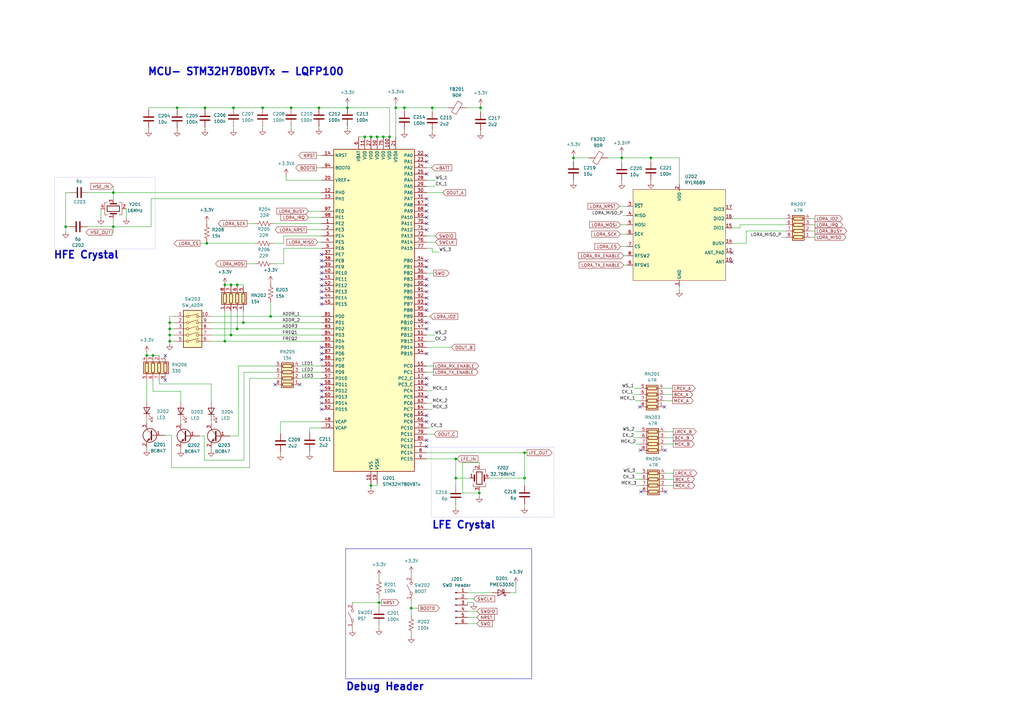
<source format=kicad_sch>
(kicad_sch (version 20231120) (generator "eeschema") (generator_version "8.0")
  (paper "A3")
  (junction (at 177.292 44.196))
  (junction (at 197.104 44.196))
  (junction (at 157.226 56.134))
  (junction (at 94.742 137.414))
  (junction (at 168.656 249.428))
  (junction (at 215.138 196.088))
  (junction (at 130.81 44.196))
  (junction (at 62.738 145.796))
  (junction (at 107.696 44.196))
  (junction (at 255.016 64.77))
  (junction (at 69.596 137.414))
  (junction (at 60.198 145.796))
  (junction (at 215.138 185.674))
  (junction (at 92.202 116.84))
  (junction (at 186.944 196.088))
  (junction (at 69.596 139.954))
  (junction (at 97.282 116.84))
  (junction (at 152.146 56.134))
  (junction (at 152.146 199.136))
  (junction (at 154.686 56.134))
  (junction (at 26.924 92.964))
  (junction (at 155.448 247.142))
  (junction (at 159.766 56.134))
  (junction (at 142.494 44.196))
  (junction (at 186.944 188.214))
  (junction (at 196.596 202.184))
  (junction (at 119.38 44.196))
  (junction (at 46.482 92.964))
  (junction (at 46.482 78.994))
  (junction (at 266.954 64.77))
  (junction (at 94.742 116.84))
  (junction (at 165.862 44.196))
  (junction (at 92.202 139.954))
  (junction (at 235.204 64.77))
  (junction (at 84.836 99.822))
  (junction (at 162.306 44.196))
  (junction (at 97.282 134.874))
  (junction (at 69.596 134.874))
  (junction (at 95.758 44.196))
  (junction (at 72.644 44.196))
  (junction (at 110.998 129.794))
  (junction (at 84.074 44.196))
  (junction (at 149.606 56.134))
  (junction (at 69.596 132.334))
  (junction (at 99.822 132.334))
  (no_connect (at 131.826 162.814))
  (no_connect (at 131.826 106.934))
  (no_connect (at 175.006 170.434))
  (no_connect (at 300.228 103.632))
  (no_connect (at 131.826 104.394))
  (no_connect (at 175.006 134.874))
  (no_connect (at 175.006 119.634))
  (no_connect (at 175.006 180.594))
  (no_connect (at 175.006 66.294))
  (no_connect (at 122.936 157.734))
  (no_connect (at 131.826 160.274))
  (no_connect (at 131.826 145.034))
  (no_connect (at 175.006 162.814))
  (no_connect (at 272.796 184.658))
  (no_connect (at 131.826 142.494))
  (no_connect (at 175.006 145.034))
  (no_connect (at 175.006 132.334))
  (no_connect (at 131.826 157.734))
  (no_connect (at 175.006 94.234))
  (no_connect (at 175.006 109.474))
  (no_connect (at 262.382 166.878))
  (no_connect (at 175.006 91.694))
  (no_connect (at 131.826 165.354))
  (no_connect (at 131.826 147.574))
  (no_connect (at 131.826 112.014))
  (no_connect (at 131.826 117.094))
  (no_connect (at 112.776 157.734))
  (no_connect (at 67.818 145.796))
  (no_connect (at 175.006 71.374))
  (no_connect (at 175.006 124.714))
  (no_connect (at 175.006 89.154))
  (no_connect (at 175.006 155.194))
  (no_connect (at 67.818 155.956))
  (no_connect (at 175.006 106.934))
  (no_connect (at 175.006 122.174))
  (no_connect (at 175.006 127.254))
  (no_connect (at 175.006 157.734))
  (no_connect (at 300.228 107.442))
  (no_connect (at 175.006 117.094))
  (no_connect (at 175.006 114.554))
  (no_connect (at 272.542 166.878))
  (no_connect (at 273.05 201.676))
  (no_connect (at 175.006 86.614))
  (no_connect (at 262.89 201.676))
  (no_connect (at 131.826 124.714))
  (no_connect (at 131.826 167.894))
  (no_connect (at 175.006 183.134))
  (no_connect (at 131.826 119.634))
  (no_connect (at 131.826 122.174))
  (no_connect (at 262.636 184.658))
  (no_connect (at 175.006 63.754))
  (no_connect (at 131.826 109.474))
  (no_connect (at 175.006 172.974))
  (no_connect (at 131.826 114.554))
  (no_connect (at 175.006 81.534))
  (no_connect (at 175.006 84.074))
  (wire (pts (xy 61.976 81.534) (xy 131.826 81.534)))
  (wire (pts (xy 119.38 51.816) (xy 119.38 52.832)))
  (wire (pts (xy 110.998 115.824) (xy 110.998 116.332)))
  (wire (pts (xy 51.816 89.408) (xy 51.816 85.598)))
  (wire (pts (xy 26.924 92.964) (xy 26.924 78.994)))
  (wire (pts (xy 60.198 173.482) (xy 60.198 172.212)))
  (wire (pts (xy 127 177.546) (xy 127 175.514)))
  (wire (pts (xy 26.924 92.964) (xy 28.194 92.964)))
  (wire (pts (xy 97.282 127.508) (xy 97.282 134.874)))
  (wire (pts (xy 175.006 78.994) (xy 181.61 78.994)))
  (wire (pts (xy 84.074 44.196) (xy 72.644 44.196)))
  (wire (pts (xy 99.822 116.84) (xy 97.282 116.84)))
  (wire (pts (xy 272.796 182.118) (xy 276.098 182.118)))
  (wire (pts (xy 192.786 196.088) (xy 186.944 196.088)))
  (wire (pts (xy 86.614 183.896) (xy 86.614 184.658)))
  (wire (pts (xy 36.322 78.994) (xy 46.482 78.994)))
  (wire (pts (xy 115.062 185.42) (xy 115.062 186.182)))
  (wire (pts (xy 332.486 92.202) (xy 334.264 92.202)))
  (wire (pts (xy 168.656 249.428) (xy 168.656 252.476)))
  (wire (pts (xy 101.346 91.694) (xy 104.648 91.694)))
  (wire (pts (xy 254.508 92.202) (xy 257.048 92.202)))
  (wire (pts (xy 254.508 101.092) (xy 257.048 101.092)))
  (wire (pts (xy 197.104 44.196) (xy 197.104 45.974)))
  (wire (pts (xy 266.954 64.77) (xy 266.954 66.294)))
  (wire (pts (xy 300.228 99.822) (xy 306.07 99.822)))
  (wire (pts (xy 126.492 86.614) (xy 131.826 86.614)))
  (wire (pts (xy 41.402 85.598) (xy 41.402 89.408)))
  (wire (pts (xy 86.614 129.794) (xy 110.998 129.794)))
  (wire (pts (xy 131.826 172.974) (xy 115.062 172.974)))
  (wire (pts (xy 186.944 188.214) (xy 186.944 196.088)))
  (wire (pts (xy 177.038 68.834) (xy 175.006 68.834)))
  (wire (pts (xy 69.596 137.414) (xy 69.596 139.954)))
  (wire (pts (xy 191.262 44.196) (xy 197.104 44.196)))
  (wire (pts (xy 155.448 247.142) (xy 155.448 248.92)))
  (wire (pts (xy 196.596 189.738) (xy 189.738 189.738)))
  (wire (pts (xy 215.138 206.756) (xy 215.138 208.026)))
  (wire (pts (xy 332.486 89.662) (xy 334.264 89.662)))
  (wire (pts (xy 272.542 159.258) (xy 275.844 159.258)))
  (wire (pts (xy 69.596 137.414) (xy 71.374 137.414)))
  (wire (pts (xy 69.596 132.334) (xy 71.374 132.334)))
  (wire (pts (xy 116.332 99.822) (xy 116.332 96.774)))
  (wire (pts (xy 125.73 94.234) (xy 131.826 94.234)))
  (wire (pts (xy 255.016 64.77) (xy 255.016 66.548)))
  (wire (pts (xy 84.836 99.314) (xy 84.836 99.822)))
  (wire (pts (xy 154.686 199.136) (xy 152.146 199.136)))
  (wire (pts (xy 260.096 159.258) (xy 262.382 159.258)))
  (wire (pts (xy 46.482 89.408) (xy 46.482 92.964)))
  (wire (pts (xy 303.53 92.202) (xy 322.326 92.202)))
  (wire (pts (xy 115.062 172.974) (xy 115.062 177.8)))
  (wire (pts (xy 102.362 155.194) (xy 112.776 155.194)))
  (wire (pts (xy 175.006 139.954) (xy 178.308 139.954)))
  (wire (pts (xy 175.006 152.654) (xy 177.8 152.654)))
  (wire (pts (xy 107.696 51.816) (xy 107.696 52.832)))
  (wire (pts (xy 144.526 247.396) (xy 144.526 247.142)))
  (wire (pts (xy 101.092 108.204) (xy 104.394 108.204)))
  (wire (pts (xy 83.82 178.816) (xy 81.788 178.816)))
  (wire (pts (xy 177.292 103.378) (xy 180.086 103.378)))
  (wire (pts (xy 175.006 185.674) (xy 215.138 185.674)))
  (wire (pts (xy 175.006 99.314) (xy 178.562 99.314)))
  (wire (pts (xy 177.292 101.854) (xy 177.292 103.378)))
  (wire (pts (xy 197.104 43.18) (xy 197.104 44.196)))
  (wire (pts (xy 235.204 73.914) (xy 235.204 74.676)))
  (wire (pts (xy 215.138 185.674) (xy 216.154 185.674)))
  (wire (pts (xy 92.202 116.84) (xy 92.202 117.348)))
  (wire (pts (xy 142.494 42.926) (xy 142.494 44.196)))
  (wire (pts (xy 177.292 53.34) (xy 177.292 54.102)))
  (wire (pts (xy 102.362 191.77) (xy 102.362 155.194)))
  (wire (pts (xy 177.292 44.196) (xy 177.292 45.72)))
  (wire (pts (xy 99.822 127.508) (xy 99.822 132.334)))
  (wire (pts (xy 175.006 160.274) (xy 177.292 160.274)))
  (wire (pts (xy 254.508 96.012) (xy 257.048 96.012)))
  (wire (pts (xy 191.77 253.238) (xy 195.58 253.238)))
  (wire (pts (xy 186.944 207.01) (xy 186.944 208.28)))
  (wire (pts (xy 142.494 51.816) (xy 142.494 52.578)))
  (wire (pts (xy 69.596 134.874) (xy 71.374 134.874)))
  (wire (pts (xy 191.77 250.698) (xy 195.58 250.698)))
  (wire (pts (xy 191.77 248.158) (xy 191.77 247.142)))
  (wire (pts (xy 159.766 44.196) (xy 159.766 56.134)))
  (wire (pts (xy 26.924 78.994) (xy 28.702 78.994)))
  (wire (pts (xy 127 175.514) (xy 131.826 175.514)))
  (wire (pts (xy 46.482 78.994) (xy 131.826 78.994)))
  (wire (pts (xy 62.738 160.528) (xy 74.168 160.528)))
  (wire (pts (xy 60.198 183.642) (xy 60.198 184.404)))
  (wire (pts (xy 126.492 89.154) (xy 131.826 89.154)))
  (wire (pts (xy 92.202 116.84) (xy 94.742 116.84)))
  (wire (pts (xy 69.596 134.874) (xy 69.596 137.414)))
  (wire (pts (xy 86.614 139.954) (xy 92.202 139.954)))
  (wire (pts (xy 107.696 44.196) (xy 95.758 44.196)))
  (wire (pts (xy 259.842 161.798) (xy 262.382 161.798)))
  (wire (pts (xy 46.228 76.454) (xy 46.482 76.454)))
  (wire (pts (xy 86.614 134.874) (xy 97.282 134.874)))
  (wire (pts (xy 110.998 123.952) (xy 110.998 129.794)))
  (wire (pts (xy 215.138 196.088) (xy 215.138 199.136)))
  (wire (pts (xy 84.074 52.324) (xy 84.074 53.086)))
  (wire (pts (xy 183.642 44.196) (xy 177.292 44.196)))
  (wire (pts (xy 100.076 152.654) (xy 100.076 188.722)))
  (wire (pts (xy 86.614 157.48) (xy 86.614 164.846)))
  (wire (pts (xy 175.006 167.894) (xy 177.292 167.894)))
  (wire (pts (xy 92.202 127.508) (xy 92.202 139.954)))
  (wire (pts (xy 86.614 137.414) (xy 94.742 137.414)))
  (wire (pts (xy 62.738 145.796) (xy 65.278 145.796)))
  (wire (pts (xy 260.35 196.596) (xy 262.89 196.596)))
  (wire (pts (xy 97.282 134.874) (xy 131.826 134.874)))
  (wire (pts (xy 300.228 93.472) (xy 303.53 93.472)))
  (wire (pts (xy 189.738 202.184) (xy 196.596 202.184)))
  (wire (pts (xy 144.526 247.142) (xy 155.448 247.142)))
  (wire (pts (xy 69.596 139.954) (xy 71.374 139.954)))
  (wire (pts (xy 168.656 249.428) (xy 171.704 249.428)))
  (wire (pts (xy 186.944 196.088) (xy 186.944 199.39)))
  (wire (pts (xy 116.332 96.774) (xy 131.826 96.774)))
  (wire (pts (xy 86.614 173.736) (xy 86.614 172.466)))
  (wire (pts (xy 168.656 234.95) (xy 168.656 236.22)))
  (wire (pts (xy 215.138 185.674) (xy 215.138 196.088)))
  (wire (pts (xy 196.596 201.168) (xy 196.596 202.184)))
  (wire (pts (xy 46.482 92.964) (xy 46.482 95.25)))
  (wire (pts (xy 155.448 236.474) (xy 155.448 237.236)))
  (wire (pts (xy 175.006 178.054) (xy 178.054 178.054)))
  (wire (pts (xy 194.31 247.142) (xy 194.31 247.523)))
  (wire (pts (xy 165.862 53.086) (xy 165.862 53.848)))
  (wire (pts (xy 147.066 56.134) (xy 149.606 56.134)))
  (wire (pts (xy 152.146 198.374) (xy 152.146 199.136)))
  (wire (pts (xy 95.758 51.816) (xy 95.758 53.086)))
  (wire (pts (xy 130.81 44.196) (xy 119.38 44.196)))
  (wire (pts (xy 191.77 245.618) (xy 194.31 245.618)))
  (wire (pts (xy 272.542 161.798) (xy 275.844 161.798)))
  (wire (pts (xy 254 84.582) (xy 257.048 84.582)))
  (wire (pts (xy 215.138 196.088) (xy 200.406 196.088)))
  (wire (pts (xy 129.794 68.834) (xy 131.826 68.834)))
  (wire (pts (xy 62.738 155.956) (xy 62.738 160.528)))
  (wire (pts (xy 175.006 137.414) (xy 178.308 137.414)))
  (wire (pts (xy 272.796 177.038) (xy 276.098 177.038)))
  (wire (pts (xy 112.014 108.204) (xy 116.332 108.204)))
  (wire (pts (xy 273.05 199.136) (xy 276.352 199.136)))
  (wire (pts (xy 69.596 132.334) (xy 69.596 134.874)))
  (wire (pts (xy 255.016 74.168) (xy 255.016 74.93)))
  (wire (pts (xy 255.778 108.712) (xy 257.048 108.712)))
  (wire (pts (xy 197.104 53.594) (xy 197.104 54.356)))
  (wire (pts (xy 142.494 44.196) (xy 130.81 44.196)))
  (wire (pts (xy 46.482 92.964) (xy 61.976 92.964)))
  (wire (pts (xy 51.816 85.598) (xy 51.562 85.598)))
  (wire (pts (xy 100.076 152.654) (xy 112.776 152.654)))
  (wire (pts (xy 196.596 202.184) (xy 196.596 203.454)))
  (wire (pts (xy 70.358 178.562) (xy 70.358 191.77)))
  (wire (pts (xy 84.836 91.186) (xy 84.836 91.694)))
  (wire (pts (xy 97.79 150.114) (xy 112.776 150.114)))
  (wire (pts (xy 191.77 255.778) (xy 195.58 255.778)))
  (wire (pts (xy 261.112 199.136) (xy 262.89 199.136)))
  (wire (pts (xy 112.268 91.694) (xy 131.826 91.694)))
  (wire (pts (xy 94.742 127.508) (xy 94.742 137.414)))
  (wire (pts (xy 84.836 99.822) (xy 104.394 99.822)))
  (wire (pts (xy 273.05 194.056) (xy 276.352 194.056)))
  (wire (pts (xy 260.35 177.038) (xy 262.636 177.038)))
  (wire (pts (xy 72.644 52.578) (xy 72.644 53.34)))
  (wire (pts (xy 255.524 88.392) (xy 257.048 88.392)))
  (wire (pts (xy 209.296 243.078) (xy 211.582 243.078)))
  (wire (pts (xy 162.306 44.196) (xy 162.306 56.134)))
  (wire (pts (xy 92.202 116.586) (xy 92.202 116.84)))
  (wire (pts (xy 159.766 44.196) (xy 142.494 44.196)))
  (wire (pts (xy 320.548 97.282) (xy 322.326 97.282)))
  (wire (pts (xy 175.006 76.454) (xy 178.562 76.454)))
  (wire (pts (xy 130.81 51.816) (xy 130.81 52.578)))
  (wire (pts (xy 60.198 164.592) (xy 60.198 155.956)))
  (wire (pts (xy 122.936 150.114) (xy 131.826 150.114)))
  (wire (pts (xy 175.006 165.354) (xy 177.292 165.354)))
  (wire (pts (xy 74.168 173.736) (xy 74.168 172.466)))
  (wire (pts (xy 65.278 155.956) (xy 65.278 157.48)))
  (wire (pts (xy 152.146 56.134) (xy 154.686 56.134)))
  (wire (pts (xy 26.924 94.996) (xy 26.924 92.964)))
  (wire (pts (xy 94.742 117.348) (xy 94.742 116.84)))
  (wire (pts (xy 175.006 142.494) (xy 185.166 142.494)))
  (wire (pts (xy 60.198 144.526) (xy 60.198 145.796)))
  (wire (pts (xy 278.638 64.77) (xy 278.638 75.692)))
  (wire (pts (xy 83.82 188.722) (xy 83.82 178.816)))
  (wire (pts (xy 165.862 44.196) (xy 165.862 45.466)))
  (wire (pts (xy 35.814 92.964) (xy 46.482 92.964)))
  (wire (pts (xy 116.332 101.854) (xy 131.826 101.854)))
  (wire (pts (xy 332.486 97.282) (xy 334.264 97.282)))
  (wire (pts (xy 168.656 260.096) (xy 168.656 261.112)))
  (wire (pts (xy 177.292 44.196) (xy 165.862 44.196)))
  (wire (pts (xy 122.936 155.194) (xy 131.826 155.194)))
  (wire (pts (xy 175.006 73.914) (xy 178.562 73.914)))
  (wire (pts (xy 97.282 116.84) (xy 97.282 117.348)))
  (wire (pts (xy 112.014 99.822) (xy 116.332 99.822)))
  (wire (pts (xy 60.96 52.578) (xy 60.96 53.34)))
  (wire (pts (xy 266.954 73.914) (xy 266.954 74.676)))
  (wire (pts (xy 300.228 89.662) (xy 322.326 89.662)))
  (wire (pts (xy 94.742 137.414) (xy 131.826 137.414)))
  (wire (pts (xy 72.644 44.196) (xy 72.644 44.958)))
  (wire (pts (xy 278.638 64.77) (xy 266.954 64.77)))
  (wire (pts (xy 60.198 145.796) (xy 62.738 145.796)))
  (wire (pts (xy 235.204 64.262) (xy 235.204 64.77)))
  (wire (pts (xy 65.278 157.48) (xy 86.614 157.48)))
  (wire (pts (xy 273.05 196.596) (xy 276.352 196.596)))
  (wire (pts (xy 127 185.166) (xy 127 185.928)))
  (wire (pts (xy 249.174 64.77) (xy 255.016 64.77)))
  (wire (pts (xy 149.606 56.134) (xy 152.146 56.134)))
  (wire (pts (xy 175.006 188.214) (xy 186.944 188.214)))
  (wire (pts (xy 99.822 117.348) (xy 99.822 116.84)))
  (wire (pts (xy 122.936 152.654) (xy 131.826 152.654)))
  (wire (pts (xy 152.146 199.136) (xy 152.146 200.152)))
  (wire (pts (xy 272.542 164.338) (xy 275.844 164.338)))
  (wire (pts (xy 306.07 94.742) (xy 322.326 94.742)))
  (wire (pts (xy 266.954 64.77) (xy 255.016 64.77)))
  (wire (pts (xy 175.006 150.114) (xy 177.8 150.114)))
  (wire (pts (xy 69.596 129.794) (xy 69.596 132.334)))
  (wire (pts (xy 162.306 42.418) (xy 162.306 44.196)))
  (wire (pts (xy 71.374 129.794) (xy 69.596 129.794)))
  (wire (pts (xy 117.348 73.914) (xy 131.826 73.914)))
  (wire (pts (xy 255.778 104.902) (xy 257.048 104.902)))
  (wire (pts (xy 74.168 183.896) (xy 74.168 184.658)))
  (wire (pts (xy 303.53 93.472) (xy 303.53 92.202)))
  (wire (pts (xy 211.582 243.078) (xy 211.582 239.522)))
  (wire (pts (xy 129.794 63.754) (xy 131.826 63.754)))
  (wire (pts (xy 45.974 95.25) (xy 46.482 95.25)))
  (wire (pts (xy 235.204 64.77) (xy 235.204 66.294)))
  (wire (pts (xy 61.976 81.534) (xy 61.976 92.964)))
  (wire (pts (xy 130.302 99.314) (xy 131.826 99.314)))
  (wire (pts (xy 155.448 256.54) (xy 155.448 257.81)))
  (wire (pts (xy 95.758 44.196) (xy 84.074 44.196)))
  (wire (pts (xy 99.822 132.334) (xy 131.826 132.334)))
  (wire (pts (xy 154.686 56.134) (xy 157.226 56.134)))
  (wire (pts (xy 69.596 139.954) (xy 69.596 140.97)))
  (wire (pts (xy 168.656 246.38) (xy 168.656 249.428)))
  (wire (pts (xy 46.482 78.994) (xy 46.482 81.788)))
  (wire (pts (xy 189.738 189.738) (xy 189.738 202.184)))
  (wire (pts (xy 175.006 101.854) (xy 177.292 101.854)))
  (wire (pts (xy 162.306 44.196) (xy 165.862 44.196)))
  (wire (pts (xy 110.998 129.794) (xy 131.826 129.794)))
  (wire (pts (xy 70.358 191.77) (xy 102.362 191.77)))
  (wire (pts (xy 92.202 139.954) (xy 131.826 139.954)))
  (wire (pts (xy 260.604 164.338) (xy 262.382 164.338)))
  (wire (pts (xy 144.526 257.556) (xy 144.526 258.318)))
  (wire (pts (xy 260.096 179.578) (xy 262.636 179.578)))
  (wire (pts (xy 175.006 112.014) (xy 177.8 112.014)))
  (wire (pts (xy 116.332 108.204) (xy 116.332 101.854)))
  (wire (pts (xy 255.016 62.992) (xy 255.016 64.77)))
  (wire (pts (xy 272.796 179.578) (xy 276.098 179.578)))
  (wire (pts (xy 86.614 132.334) (xy 99.822 132.334)))
  (wire (pts (xy 97.282 116.84) (xy 94.742 116.84)))
  (wire (pts (xy 260.604 194.056) (xy 262.89 194.056)))
  (wire (pts (xy 191.77 247.142) (xy 194.31 247.142)))
  (wire (pts (xy 155.448 247.142) (xy 156.464 247.142)))
  (wire (pts (xy 175.006 129.794) (xy 176.53 129.794)))
  (wire (pts (xy 60.96 44.196) (xy 60.96 44.958)))
  (wire (pts (xy 196.596 191.008) (xy 196.596 189.738)))
  (wire (pts (xy 332.486 94.742) (xy 334.264 94.742)))
  (wire (pts (xy 155.448 244.856) (xy 155.448 247.142)))
  (wire (pts (xy 46.482 76.454) (xy 46.482 78.994)))
  (wire (pts (xy 119.38 44.196) (xy 107.696 44.196)))
  (wire (pts (xy 157.226 56.134) (xy 159.766 56.134)))
  (wire (pts (xy 117.348 71.882) (xy 117.348 73.914)))
  (wire (pts (xy 260.858 182.118) (xy 262.636 182.118)))
  (wire (pts (xy 82.042 99.822) (xy 84.836 99.822)))
  (wire (pts (xy 278.638 117.602) (xy 278.638 119.126)))
  (wire (pts (xy 97.79 178.816) (xy 97.79 150.114)))
  (wire (pts (xy 84.074 44.196) (xy 84.074 44.704)))
  (wire (pts (xy 100.076 188.722) (xy 83.82 188.722)))
  (wire (pts (xy 154.686 198.374) (xy 154.686 199.136)))
  (wire (pts (xy 94.234 178.816) (xy 97.79 178.816)))
  (wire (pts (xy 72.644 44.196) (xy 60.96 44.196)))
  (wire (pts (xy 306.07 99.822) (xy 306.07 94.742)))
  (wire (pts (xy 186.944 188.214) (xy 187.452 188.214)))
  (wire (pts (xy 175.006 175.514) (xy 176.53 175.514)))
  (wire (pts (xy 241.554 64.77) (xy 235.204 64.77)))
  (wire (pts (xy 74.168 160.528) (xy 74.168 164.846)))
  (wire (pts (xy 175.006 96.774) (xy 178.562 96.774)))
  (wire (pts (xy 191.77 243.078) (xy 201.676 243.078)))
  (wire (pts (xy 67.818 178.562) (xy 70.358 178.562)))
  (rectangle (start 22.479 72.644) (end 63.627 102.108) (stroke (width 0) (type dot)))
  (rectangle (start 176.911 183.388) (end 227.203 212.09) (stroke (width 0) (type dot)))
  (rectangle (start 141.732 225.044) (end 218.059 278.384))
  (text "MCU- STM32H7B0BVTx - LQFP100" (at 60.452 31.242 0) (effects (font (size 3 3) (thickness 0.6) (bold yes)) (justify left bottom)))
  (text "LFE Crystal" (at 177.038 217.17 0) (effects (font (size 3 3) (thickness 0.6) (bold yes)) (justify left bottom)))
  (text "Debug Header" (at 141.732 283.464 0) (effects (font (size 3 3) (thickness 0.6) (bold yes)) (justify left bottom)))
  (text "HFE Crystal" (at 21.844 106.426 0) (effects (font (size 3 3) (thickness 0.6) (bold yes)) (justify left bottom)))
  (label "MCK_2" (at 177.292 165.354 0))
  (label "CK_1" (at 259.842 161.798 180))
  (label "WS_1" (at 260.096 159.258 180))
  (label "WS_2" (at 260.35 177.038 180))
  (label "ADDR_1" (at 115.824 129.794 0))
  (label "LORA_MISO_P" (at 255.524 88.392 180))
  (label "ADDR3" (at 115.824 134.874 0))
  (label "CK_2" (at 260.096 179.578 180))
  (label "MCK_1" (at 177.292 160.274 0))
  (label "WS_3" (at 260.604 194.056 180))
  (label "WS_1" (at 178.562 73.914 0))
  (label "WS_3" (at 180.086 103.378 0))
  (label "MCK_1" (at 260.604 164.338 180))
  (label "CK_2" (at 178.308 139.954 0))
  (label "MCK_2" (at 260.858 182.118 180))
  (label "CK_3" (at 176.53 175.514 0))
  (label "MCK_3" (at 177.292 167.894 0))
  (label "MCK_3" (at 261.112 199.136 180))
  (label "CK_3" (at 260.35 196.596 180))
  (label "FREQ1" (at 115.824 137.414 0))
  (label "FREQ2" (at 115.824 139.954 0))
  (label "ADDR_2" (at 115.824 132.334 0))
  (label "LED2" (at 123.698 152.654 0))
  (label "CK_1" (at 178.562 76.454 0))
  (label "LED1" (at 123.698 150.114 0))
  (label "WS_2" (at 178.308 137.414 0))
  (label "LED3" (at 123.698 155.194 0))
  (label "LORA_MISO_P" (at 320.548 97.282 180))
  (global_label "MCK_C" (shape output) (at 276.352 199.136 0) (property "Intersheetrefs" "${INTERSHEET_REFS}" (effects (hide yes))))
  (global_label "BOOT0" (shape output) (at 129.794 68.834 180) (property "Intersheetrefs" "${INTERSHEET_REFS}" (effects (hide yes))))
  (global_label "MCK_B" (shape output) (at 276.098 182.118 0) (property "Intersheetrefs" "${INTERSHEET_REFS}" (effects (hide yes))))
  (global_label "LORA_TX_ENABLE" (shape input) (at 255.778 108.712 180) (property "Intersheetrefs" "${INTERSHEET_REFS}" (effects (hide yes))))
  (global_label "LORA_SCK" (shape input) (at 254.508 96.012 180) (property "Intersheetrefs" "${INTERSHEET_REFS}" (effects (hide yes))))
  (global_label "BCK_C" (shape output) (at 276.352 196.596 0) (property "Intersheetrefs" "${INTERSHEET_REFS}" (effects (hide yes))))
  (global_label "SWO" (shape input) (at 195.58 255.778 0) (property "Intersheetrefs" "${INTERSHEET_REFS}" (effects (hide yes))))
  (global_label "DOUT_C" (shape input) (at 178.054 178.054 0) (property "Intersheetrefs" "${INTERSHEET_REFS}" (effects (hide yes))))
  (global_label "LORA_NRST" (shape output) (at 125.73 94.234 180) (property "Intersheetrefs" "${INTERSHEET_REFS}" (effects (hide yes))))
  (global_label "+BATT" (shape input) (at 177.038 68.834 0) (property "Intersheetrefs" "${INTERSHEET_REFS}" (effects (hide yes))))
  (global_label "NRST" (shape output) (at 129.794 63.754 180) (property "Intersheetrefs" "${INTERSHEET_REFS}" (effects (hide yes))))
  (global_label "HSE_OUT" (shape output) (at 45.974 95.25 180) (property "Intersheetrefs" "${INTERSHEET_REFS}" (effects (hide yes))))
  (global_label "LORA_RX_ENABLE" (shape input) (at 255.778 104.902 180) (property "Intersheetrefs" "${INTERSHEET_REFS}" (effects (hide yes))))
  (global_label "BOOT0" (shape output) (at 171.704 249.428 0) (property "Intersheetrefs" "${INTERSHEET_REFS}" (effects (hide yes))))
  (global_label "LORA_MOSI" (shape input) (at 254.508 92.202 180) (property "Intersheetrefs" "${INTERSHEET_REFS}" (effects (hide yes))))
  (global_label "LORA_SCK" (shape output) (at 101.346 91.694 180) (property "Intersheetrefs" "${INTERSHEET_REFS}" (effects (hide yes))))
  (global_label "LORA_NRST" (shape input) (at 254 84.582 180) (property "Intersheetrefs" "${INTERSHEET_REFS}" (effects (hide yes))))
  (global_label "NRST" (shape input) (at 195.58 253.238 0) (property "Intersheetrefs" "${INTERSHEET_REFS}" (effects (hide yes))))
  (global_label "LORA_MISO" (shape input) (at 130.302 99.314 180) (property "Intersheetrefs" "${INTERSHEET_REFS}" (effects (hide yes))))
  (global_label "LORA_IRQ" (shape output) (at 334.264 92.202 0) (property "Intersheetrefs" "${INTERSHEET_REFS}" (effects (hide yes))))
  (global_label "HSE_IN" (shape input) (at 46.228 76.454 180) (property "Intersheetrefs" "${INTERSHEET_REFS}" (effects (hide yes))))
  (global_label "LORA_CS" (shape input) (at 254.508 101.092 180) (property "Intersheetrefs" "${INTERSHEET_REFS}" (effects (hide yes))))
  (global_label "SWO" (shape output) (at 177.8 112.014 0) (property "Intersheetrefs" "${INTERSHEET_REFS}" (effects (hide yes))))
  (global_label "LORA_BUSY" (shape output) (at 334.264 94.742 0) (property "Intersheetrefs" "${INTERSHEET_REFS}" (effects (hide yes))))
  (global_label "MCK_A" (shape output) (at 275.844 164.338 0) (property "Intersheetrefs" "${INTERSHEET_REFS}" (effects (hide yes))))
  (global_label "LORA_MOSI" (shape output) (at 101.092 108.204 180) (property "Intersheetrefs" "${INTERSHEET_REFS}" (effects (hide yes))))
  (global_label "SWCLK" (shape input) (at 194.31 245.618 0) (property "Intersheetrefs" "${INTERSHEET_REFS}" (effects (hide yes))))
  (global_label "BCK_A" (shape output) (at 275.844 161.798 0) (property "Intersheetrefs" "${INTERSHEET_REFS}" (effects (hide yes))))
  (global_label "LORA_IO2" (shape output) (at 334.264 89.662 0) (property "Intersheetrefs" "${INTERSHEET_REFS}" (effects (hide yes))))
  (global_label "LORA_RX_ENABLE" (shape output) (at 177.8 150.114 0) (property "Intersheetrefs" "${INTERSHEET_REFS}" (effects (hide yes))))
  (global_label "SWDIO" (shape input) (at 195.58 250.698 0) (property "Intersheetrefs" "${INTERSHEET_REFS}" (effects (hide yes))))
  (global_label "BCK_B" (shape output) (at 276.098 179.578 0) (property "Intersheetrefs" "${INTERSHEET_REFS}" (effects (hide yes))))
  (global_label "LFE_IN" (shape input) (at 187.452 188.214 0) (property "Intersheetrefs" "${INTERSHEET_REFS}" (effects (hide yes))))
  (global_label "LFE_OUT" (shape output) (at 216.154 185.674 0) (property "Intersheetrefs" "${INTERSHEET_REFS}" (effects (hide yes))))
  (global_label "LORA_TX_ENABLE" (shape output) (at 177.8 152.654 0) (property "Intersheetrefs" "${INTERSHEET_REFS}" (effects (hide yes))))
  (global_label "LRCK_A" (shape output) (at 275.844 159.258 0) (property "Intersheetrefs" "${INTERSHEET_REFS}" (effects (hide yes))))
  (global_label "LRCK_B" (shape output) (at 276.098 177.038 0) (property "Intersheetrefs" "${INTERSHEET_REFS}" (effects (hide yes))))
  (global_label "SWCLK" (shape input) (at 178.562 99.314 0) (property "Intersheetrefs" "${INTERSHEET_REFS}" (effects (hide yes))))
  (global_label "NRST" (shape output) (at 156.464 247.142 0) (property "Intersheetrefs" "${INTERSHEET_REFS}" (effects (hide yes))))
  (global_label "LORA_CS" (shape output) (at 82.042 99.822 180) (property "Intersheetrefs" "${INTERSHEET_REFS}" (effects (hide yes))))
  (global_label "LORA_IRQ" (shape input) (at 126.492 89.154 180) (property "Intersheetrefs" "${INTERSHEET_REFS}" (effects (hide yes))))
  (global_label "DOUT_B" (shape input) (at 185.166 142.494 0) (property "Intersheetrefs" "${INTERSHEET_REFS}" (effects (hide yes))))
  (global_label "DOUT_A" (shape input) (at 181.61 78.994 0) (property "Intersheetrefs" "${INTERSHEET_REFS}" (effects (hide yes))))
  (global_label "SWDIO" (shape input) (at 178.562 96.774 0) (property "Intersheetrefs" "${INTERSHEET_REFS}" (effects (hide yes))))
  (global_label "LRCK_C" (shape output) (at 276.352 194.056 0) (property "Intersheetrefs" "${INTERSHEET_REFS}" (effects (hide yes))))
  (global_label "LORA_MISO" (shape output) (at 334.264 97.282 0) (property "Intersheetrefs" "${INTERSHEET_REFS}" (effects (hide yes))))
  (global_label "LORA_BUSY" (shape input) (at 126.492 86.614 180) (property "Intersheetrefs" "${INTERSHEET_REFS}" (effects (hide yes))))
  (global_label "LORA_IO2" (shape input) (at 176.53 129.794 0) (property "Intersheetrefs" "${INTERSHEET_REFS}" (effects (hide yes))))
  (symbol (lib_id "Device:C") (at 255.016 70.358 0) (unit 1)
    (property "Reference" "C220" (at 258.318 69.0879 0) (effects (justify left)))
    (property "Value" "10u" (at 258.318 71.6279 0) (effects (justify left)))
    (property "Footprint" "Capacitor_SMD:C_0805_2012Metric" (effects (hide yes)))
    (property "Description" "Unpolarized capacitor" (effects (hide yes)))
  )
  (symbol (lib_id "Device:C") (at 95.758 48.006 0) (unit 1)
    (property "Reference" "C207" (at 99.06 46.7359 0) (effects (justify left)))
    (property "Value" "100n" (at 99.06 49.2759 0) (effects (justify left)))
    (property "Footprint" "Capacitor_SMD:C_0805_2012Metric" (effects (hide yes)))
    (property "Description" "Unpolarized capacitor" (effects (hide yes)))
  )
  (symbol (lib_id "Device:C") (at 142.494 48.006 0) (unit 1)
    (property "Reference" "C213" (at 146.05 46.7359 0) (effects (justify left)))
    (property "Value" "100n" (at 146.05 49.2759 0) (effects (justify left)))
    (property "Footprint" "Capacitor_SMD:C_0805_2012Metric" (effects (hide yes)))
    (property "Description" "Unpolarized capacitor" (effects (hide yes)))
  )
  (symbol (lib_id "RF_Module:RYLR689") (at 278.638 87.122 0) (unit 1)
    (property "Reference" "U202" (at 280.8321 72.39 0) (effects (justify left)))
    (property "Value" "RYLR689" (at 280.8321 74.93 0) (effects (justify left)))
    (property "Footprint" "RF_Module:RYLR689" (effects (hide yes)))
    (property "Datasheet" "https://lemosint.com/wp-content/uploads/2024/01/RYLR689.pdf" (effects (hide yes)))
  )
  (symbol (lib_id "Device:LED") (at 60.198 168.402 90) (unit 1)
    (property "Reference" "D202" (at 64.262 168.7194 90) (effects (justify right)))
    (property "Value" "LED" (at 64.262 171.2594 90) (effects (justify right)))
    (property "Footprint" "LED_SMD:LED_0805_2012Metric" (effects (hide yes)))
    (property "Description" "Light emitting diode" (effects (hide yes)))
  )
  (symbol (lib_id "Device:C") (at 215.138 202.946 0) (unit 1)
    (property "Reference" "C218" (at 211.836 201.676 0) (effects (justify right)))
    (property "Value" "6p" (at 211.836 204.216 0) (effects (justify right)))
    (property "Footprint" "Capacitor_SMD:C_0805_2012Metric" (effects (hide yes)))
  )
  (symbol (lib_id "Device:C") (at 155.448 252.73 0) (mirror y) (unit 1)
    (property "Reference" "C201" (at 158.75 251.46 0) (effects (justify right)))
    (property "Value" "100n" (at 158.75 254 0) (effects (justify right)))
    (property "Footprint" "Capacitor_SMD:C_0805_2012Metric" (effects (hide yes)))
  )
  (symbol (lib_id "Device:LED") (at 74.168 168.656 90) (unit 1)
    (property "Reference" "D203" (at 78.232 168.9734 90) (effects (justify right)))
    (property "Value" "LED" (at 78.232 171.5134 90) (effects (justify right)))
    (property "Footprint" "LED_SMD:LED_0805_2012Metric" (effects (hide yes)))
    (property "Description" "Light emitting diode" (effects (hide yes)))
  )
  (symbol (lib_name "GND_1") (lib_id "power:GND") (at 177.292 54.102 0) (unit 1)
    (property "Reference" "#PWR0225" (effects (hide yes)))
    (property "Value" "GND" (effects (hide yes)))
    (property "Description" "Power symbol creates a global label with name \"GND\" , ground" (effects (hide yes)))
  )
  (symbol (lib_id "power:GND") (at 215.138 208.026 0) (unit 1)
    (property "Reference" "#PWR0230" (effects (hide yes)))
    (property "Value" "GND" (effects (hide yes)))
  )
  (symbol (lib_name "GND_1") (lib_id "power:GND") (at 95.758 53.086 0) (unit 1)
    (property "Reference" "#PWR0214" (effects (hide yes)))
    (property "Value" "GND" (effects (hide yes)))
    (property "Description" "Power symbol creates a global label with name \"GND\" , ground" (effects (hide yes)))
  )
  (symbol (lib_name "GND_2") (lib_id "power:GND") (at 152.146 200.152 0) (unit 1)
    (property "Reference" "#PWR0222" (effects (hide yes)))
    (property "Value" "GND" (effects (hide yes)))
    (property "Description" "Power symbol creates a global label with name \"GND\" , ground" (effects (hide yes)))
  )
  (symbol (lib_id "Device:R_US") (at 110.998 120.142 0) (unit 1)
    (property "Reference" "R203" (at 113.03 118.8719 0) (effects (justify left)))
    (property "Value" "15k" (at 113.03 121.4119 0) (effects (justify left)))
    (property "Footprint" "Resistor_SMD:R_0805_2012Metric" (effects (hide yes)))
    (property "Description" "Resistor, US symbol" (effects (hide yes)))
  )
  (symbol (lib_id "Transistor_BJT:BC847") (at 76.708 178.816 0) (mirror y) (unit 1)
    (property "Reference" "Q202" (at 82.042 182.626 0) (effects (justify left)))
    (property "Value" "BC847" (at 82.042 185.166 0) (effects (justify left)))
    (property "Footprint" "Package_TO_SOT_SMD:SOT-23" (effects (hide yes)))
    (property "Datasheet" "http://www.infineon.com/dgdl/Infineon-BC847SERIES_BC848SERIES_BC849SERIES_BC850SERIES-DS-v01_01-en.pdf?fileId=db3a304314dca389011541d4630a1657" (effects (hide yes)))
    (property "Description" "0.1A Ic, 45V Vce, NPN Transistor, SOT-23" (effects (hide yes)))
  )
  (symbol (lib_id "Switch:SW_DIP_x05") (at 78.994 134.874 0) (unit 1)
    (property "Reference" "SW203" (at 78.994 122.682 0))
    (property "Value" "SW_ADDR" (at 78.994 125.222 0))
    (property "Footprint" "Package_DIP:DIP-10_W7.62mm" (effects (hide yes)))
    (property "Description" "5x DIP Switch, Single Pole Single Throw (SPST) switch, small symbol" (effects (hide yes)))
  )
  (symbol (lib_id "power:+3.3V") (at 155.448 236.474 0) (unit 1)
    (property "Reference" "#PWR0202" (effects (hide yes)))
    (property "Value" "+3.3V" (at 155.448 231.521 0))
  )
  (symbol (lib_id "power:GND") (at 196.596 203.454 0) (unit 1)
    (property "Reference" "#PWR0227" (effects (hide yes)))
    (property "Value" "GND" (effects (hide yes)))
  )
  (symbol (lib_id "Device:FerriteBead") (at 245.364 64.77 90) (unit 1)
    (property "Reference" "FB202" (at 245.3132 57.15 90))
    (property "Value" "90R" (at 245.3132 59.69 90))
    (property "Footprint" "Resistor_SMD:R_0805_2012Metric" (effects (hide yes)))
    (property "Description" "Ferrite bead" (effects (hide yes)))
  )
  (symbol (lib_name "GND_1") (lib_id "power:GND") (at 107.696 52.832 0) (unit 1)
    (property "Reference" "#PWR0215" (effects (hide yes)))
    (property "Value" "GND" (effects (hide yes)))
    (property "Description" "Power symbol creates a global label with name \"GND\" , ground" (effects (hide yes)))
  )
  (symbol (lib_id "power:GND") (at 26.924 94.996 0) (unit 1)
    (property "Reference" "#PWR0207" (effects (hide yes)))
    (property "Value" "GND" (effects (hide yes)))
  )
  (symbol (lib_id "Device:R_Pack04") (at 117.856 152.654 90) (unit 1)
    (property "Reference" "RN205" (at 117.856 144.272 90))
    (property "Value" "15k" (at 117.856 146.812 90))
    (property "Footprint" "Resistor_SMD:R_Array_Concave_4x0402" (effects (hide yes)))
    (property "Description" "4 resistor network, parallel topology" (effects (hide yes)))
  )
  (symbol (lib_name "GND_1") (lib_id "power:GND") (at 165.862 53.848 0) (unit 1)
    (property "Reference" "#PWR0224" (effects (hide yes)))
    (property "Value" "GND" (effects (hide yes)))
    (property "Description" "Power symbol creates a global label with name \"GND\" , ground" (effects (hide yes)))
  )
  (symbol (lib_id "Device:C") (at 84.074 48.514 0) (unit 1)
    (property "Reference" "C206" (at 87.63 47.2439 0) (effects (justify left)))
    (property "Value" "100n" (at 87.63 49.7839 0) (effects (justify left)))
    (property "Footprint" "Capacitor_SMD:C_0805_2012Metric" (effects (hide yes)))
    (property "Description" "Unpolarized capacitor" (effects (hide yes)))
  )
  (symbol (lib_id "power:GND") (at 51.816 89.408 0) (unit 1)
    (property "Reference" "#PWR0210" (effects (hide yes)))
    (property "Value" "GND" (effects (hide yes)))
  )
  (symbol (lib_id "Device:C") (at 32.512 78.994 90) (unit 1)
    (property "Reference" "C203" (at 32.639 82.804 90))
    (property "Value" "6p" (at 32.512 74.295 90))
    (property "Footprint" "Capacitor_SMD:C_0805_2012Metric" (effects (hide yes)))
  )
  (symbol (lib_id "Device:Crystal_GND23") (at 196.596 196.088 0) (unit 1)
    (property "Reference" "Y202" (at 206.248 191.8971 0))
    (property "Value" "32.768kHZ" (at 206.248 194.4371 0))
    (property "Footprint" "Crystal:Crystal_SMD_SeikoEpson_MC306-4Pin_8.0x3.2mm" (effects (hide yes)))
  )
  (symbol (lib_id "Device:D_Schottky") (at 205.486 243.078 180) (unit 1)
    (property "Reference" "D201" (at 205.8035 237.236 0))
    (property "Value" "PMEG3030" (at 205.8035 239.776 0))
    (property "Footprint" "Diode_SMD:D_SOD-123" (effects (hide yes)))
  )
  (symbol (lib_id "Device:C") (at 107.696 48.006 0) (unit 1)
    (property "Reference" "C208" (at 111.76 46.7359 0) (effects (justify left)))
    (property "Value" "100n" (at 111.76 49.2759 0) (effects (justify left)))
    (property "Footprint" "Capacitor_SMD:C_0805_2012Metric" (effects (hide yes)))
    (property "Description" "Unpolarized capacitor" (effects (hide yes)))
  )
  (symbol (lib_id "Device:C") (at 235.204 70.104 0) (unit 1)
    (property "Reference" "C219" (at 239.268 68.8339 0) (effects (justify left)))
    (property "Value" "10u" (at 239.268 71.3739 0) (effects (justify left)))
    (property "Footprint" "Capacitor_SMD:C_0805_2012Metric" (effects (hide yes)))
    (property "Description" "Unpolarized capacitor" (effects (hide yes)))
  )
  (symbol (lib_id "Device:LED") (at 86.614 168.656 90) (unit 1)
    (property "Reference" "D204" (at 90.678 168.9734 90) (effects (justify right)))
    (property "Value" "LED" (at 90.678 171.5134 90) (effects (justify right)))
    (property "Footprint" "LED_SMD:LED_0805_2012Metric" (effects (hide yes)))
    (property "Description" "Light emitting diode" (effects (hide yes)))
  )
  (symbol (lib_id "Transistor_BJT:BC847") (at 89.154 178.816 0) (mirror y) (unit 1)
    (property "Reference" "Q203" (at 94.488 182.626 0) (effects (justify left)))
    (property "Value" "BC847" (at 94.488 185.166 0) (effects (justify left)))
    (property "Footprint" "Package_TO_SOT_SMD:SOT-23" (effects (hide yes)))
    (property "Datasheet" "http://www.infineon.com/dgdl/Infineon-BC847SERIES_BC848SERIES_BC849SERIES_BC850SERIES-DS-v01_01-en.pdf?fileId=db3a304314dca389011541d4630a1657" (effects (hide yes)))
    (property "Description" "0.1A Ic, 45V Vce, NPN Transistor, SOT-23" (effects (hide yes)))
  )
  (symbol (lib_id "Device:R_US") (at 108.204 99.822 90) (unit 1)
    (property "Reference" "R205" (at 108.204 93.98 90))
    (property "Value" "22R" (at 108.204 96.52 90))
    (property "Footprint" "Resistor_SMD:R_0805_2012Metric" (effects (hide yes)))
    (property "Description" "Resistor, US symbol" (effects (hide yes)))
  )
  (symbol (lib_id "power:+3.3VP") (at 255.016 62.992 0) (unit 1)
    (property "Reference" "#PWR0243" (effects (hide yes)))
    (property "Value" "+3.3VP" (at 255.016 58.674 0))
    (property "Description" "Power symbol creates a global label with name \"+3.3VP\"" (effects (hide yes)))
  )
  (symbol (lib_id "power:+3.3V") (at 168.656 234.95 0) (unit 1)
    (property "Reference" "#PWR0204" (effects (hide yes)))
    (property "Value" "+3.3V" (at 168.656 229.997 0))
  )
  (symbol (lib_name "+3.3V_1") (lib_id "power:+3.3V") (at 92.202 116.586 0) (unit 1)
    (property "Reference" "#PWR0223" (effects (hide yes)))
    (property "Value" "+3.3V" (at 92.202 111.506 0))
    (property "Description" "Power symbol creates a global label with name \"+3.3V\"" (effects (hide yes)))
  )
  (symbol (lib_name "GND_1") (lib_id "power:GND") (at 130.81 52.578 0) (unit 1)
    (property "Reference" "#PWR0219" (effects (hide yes)))
    (property "Value" "GND" (effects (hide yes)))
    (property "Description" "Power symbol creates a global label with name \"GND\" , ground" (effects (hide yes)))
  )
  (symbol (lib_id "Device:C") (at 130.81 48.006 0) (unit 1)
    (property "Reference" "C212" (at 134.62 46.7359 0) (effects (justify left)))
    (property "Value" "100n" (at 134.62 49.2759 0) (effects (justify left)))
    (property "Footprint" "Capacitor_SMD:C_0805_2012Metric" (effects (hide yes)))
    (property "Description" "Unpolarized capacitor" (effects (hide yes)))
  )
  (symbol (lib_name "GND_1") (lib_id "power:GND") (at 197.104 54.356 0) (unit 1)
    (property "Reference" "#PWR0229" (effects (hide yes)))
    (property "Value" "GND" (effects (hide yes)))
    (property "Description" "Power symbol creates a global label with name \"GND\" , ground" (effects (hide yes)))
  )
  (symbol (lib_name "+3.3V_1") (lib_id "power:+3.3V") (at 197.104 43.18 0) (unit 1)
    (property "Reference" "#PWR0228" (effects (hide yes)))
    (property "Value" "+3.3V" (at 197.104 38.1 0))
    (property "Description" "Power symbol creates a global label with name \"+3.3V\"" (effects (hide yes)))
  )
  (symbol (lib_id "Device:C") (at 266.954 70.104 0) (unit 1)
    (property "Reference" "C221" (at 270.51 68.8339 0) (effects (justify left)))
    (property "Value" "100n" (at 270.51 71.3739 0) (effects (justify left)))
    (property "Footprint" "Capacitor_SMD:C_0805_2012Metric" (effects (hide yes)))
    (property "Description" "Unpolarized capacitor" (effects (hide yes)))
  )
  (symbol (lib_name "GND_1") (lib_id "power:GND") (at 235.204 74.676 0) (unit 1)
    (property "Reference" "#PWR0240" (effects (hide yes)))
    (property "Value" "GND" (effects (hide yes)))
    (property "Description" "Power symbol creates a global label with name \"GND\" , ground" (effects (hide yes)))
  )
  (symbol (lib_name "GND_1") (lib_id "power:GND") (at 127 185.928 0) (unit 1)
    (property "Reference" "#PWR0218" (effects (hide yes)))
    (property "Value" "GND" (effects (hide yes)))
    (property "Description" "Power symbol creates a global label with name \"GND\" , ground" (effects (hide yes)))
  )
  (symbol (lib_id "Device:C") (at 32.004 92.964 90) (mirror x) (unit 1)
    (property "Reference" "C202" (at 32.004 100.584 90))
    (property "Value" "6p" (at 32.004 98.044 90))
    (property "Footprint" "Capacitor_SMD:C_0805_2012Metric" (effects (hide yes)))
  )
  (symbol (lib_id "Device:C") (at 119.38 48.006 0) (unit 1)
    (property "Reference" "C210" (at 123.19 46.7359 0) (effects (justify left)))
    (property "Value" "100n" (at 123.19 49.2759 0) (effects (justify left)))
    (property "Footprint" "Capacitor_SMD:C_0805_2012Metric" (effects (hide yes)))
    (property "Description" "Unpolarized capacitor" (effects (hide yes)))
  )
  (symbol (lib_id "Transistor_BJT:BC847") (at 62.738 178.562 0) (mirror y) (unit 1)
    (property "Reference" "Q201" (at 68.072 182.372 0) (effects (justify left)))
    (property "Value" "BC847" (at 68.072 184.912 0) (effects (justify left)))
    (property "Footprint" "Package_TO_SOT_SMD:SOT-23" (effects (hide yes)))
    (property "Datasheet" "http://www.infineon.com/dgdl/Infineon-BC847SERIES_BC848SERIES_BC849SERIES_BC850SERIES-DS-v01_01-en.pdf?fileId=db3a304314dca389011541d4630a1657" (effects (hide yes)))
    (property "Description" "0.1A Ic, 45V Vce, NPN Transistor, SOT-23" (effects (hide yes)))
  )
  (symbol (lib_name "GND_1") (lib_id "power:GND") (at 60.96 53.34 0) (unit 1)
    (property "Reference" "#PWR0211" (effects (hide yes)))
    (property "Value" "GND" (effects (hide yes)))
    (property "Description" "Power symbol creates a global label with name \"GND\" , ground" (effects (hide yes)))
  )
  (symbol (lib_id "power:+3.3VA") (at 117.348 71.882 0) (unit 1)
    (property "Reference" "#PWR0238" (effects (hide yes)))
    (property "Value" "+3.3VA" (at 117.348 67.056 0))
    (property "Description" "Power symbol creates a global label with name \"+3.3VA\"" (effects (hide yes)))
  )
  (symbol (lib_id "Device:R_Pack04") (at 267.462 161.798 90) (unit 1)
    (property "Reference" "RN201" (at 267.462 153.416 90))
    (property "Value" "47R" (at 267.462 155.956 90))
    (property "Footprint" "Resistor_SMD:R_Array_Concave_4x0402" (effects (hide yes)))
    (property "Description" "4 resistor network, parallel topology" (effects (hide yes)))
  )
  (symbol (lib_id "Switch:SW_SPST") (at 168.656 241.3 90) (unit 1)
    (property "Reference" "SW202" (at 169.926 240.03 90) (effects (justify right)))
    (property "Value" "BOOT" (at 169.926 242.57 90) (effects (justify right)))
    (property "Footprint" "Button_Switch_SMD:SW_SPST_B3U-1000P" (effects (hide yes)))
  )
  (symbol (lib_name "GND_1") (lib_id "power:GND") (at 84.074 53.086 0) (unit 1)
    (property "Reference" "#PWR0213" (effects (hide yes)))
    (property "Value" "GND" (effects (hide yes)))
    (property "Description" "Power symbol creates a global label with name \"GND\" , ground" (effects (hide yes)))
  )
  (symbol (lib_id "power:GND") (at 69.596 140.97 0) (unit 1)
    (property "Reference" "#PWR0206" (effects (hide yes)))
    (property "Value" "GND" (effects (hide yes)))
  )
  (symbol (lib_id "MCU_ST_STM32H7:STM32H7B0VBTx") (at 152.146 127.254 0) (unit 1)
    (property "Reference" "U201" (at 156.8801 196.088 0) (effects (justify left)))
    (property "Value" "STM32H7B0VBTx" (at 156.8801 198.628 0) (effects (justify left)))
    (property "Footprint" "Package_QFP:LQFP-100_14x14mm_P0.5mm" (effects (hide yes)))
    (property "Datasheet" "https://www.st.com/resource/en/datasheet/stm32h7b0vb.pdf" (effects (hide yes)))
    (property "Description" "STMicroelectronics Arm Cortex-M7 MCU, 128KB flash, 1184KB RAM, 280 MHz, 1.62-3.6V, 82 GPIO, LQFP100" (effects (hide yes)))
  )
  (symbol (lib_id "power:GND") (at 168.656 261.112 0) (mirror y) (unit 1)
    (property "Reference" "#PWR0205" (effects (hide yes)))
    (property "Value" "GND" (effects (hide yes)))
  )
  (symbol (lib_name "GND_1") (lib_id "power:GND") (at 119.38 52.832 0) (unit 1)
    (property "Reference" "#PWR0217" (effects (hide yes)))
    (property "Value" "GND" (effects (hide yes)))
    (property "Description" "Power symbol creates a global label with name \"GND\" , ground" (effects (hide yes)))
  )
  (symbol (lib_id "Device:R_US") (at 155.448 241.046 0) (unit 1)
    (property "Reference" "R201" (at 157.48 239.776 0) (effects (justify left)))
    (property "Value" "100k" (at 157.48 242.316 0) (effects (justify left)))
    (property "Footprint" "Resistor_SMD:R_0805_2012Metric" (effects (hide yes)))
  )
  (symbol (lib_id "Device:R_Pack04") (at 97.282 122.428 0) (unit 1)
    (property "Reference" "RN202" (at 102.87 121.1579 0) (effects (justify left)))
    (property "Value" "15k" (at 102.87 123.6979 0) (effects (justify left)))
    (property "Footprint" "Resistor_SMD:R_Array_Concave_4x0402" (effects (hide yes)))
    (property "Description" "4 resistor network, parallel topology" (effects (hide yes)))
  )
  (symbol (lib_id "Device:C") (at 165.862 49.276 0) (unit 1)
    (property "Reference" "C214" (at 169.418 48.0059 0) (effects (justify left)))
    (property "Value" "100n" (at 169.418 50.5459 0) (effects (justify left)))
    (property "Footprint" "Capacitor_SMD:C_0805_2012Metric" (effects (hide yes)))
    (property "Description" "Unpolarized capacitor" (effects (hide yes)))
  )
  (symbol (lib_id "Device:R_US") (at 84.836 95.504 0) (unit 1)
    (property "Reference" "R208" (at 86.868 94.2339 0) (effects (justify left)))
    (property "Value" "15k" (at 86.868 96.7739 0) (effects (justify left)))
    (property "Footprint" "Resistor_SMD:R_0805_2012Metric" (effects (hide yes)))
    (property "Description" "Resistor, US symbol" (effects (hide yes)))
  )
  (symbol (lib_name "GND_1") (lib_id "power:GND") (at 115.062 186.182 0) (unit 1)
    (property "Reference" "#PWR0216" (effects (hide yes)))
    (property "Value" "GND" (effects (hide yes)))
    (property "Description" "Power symbol creates a global label with name \"GND\" , ground" (effects (hide yes)))
  )
  (symbol (lib_name "+3.3V_1") (lib_id "power:+3.3V") (at 60.198 144.526 0) (unit 1)
    (property "Reference" "#PWR0234" (effects (hide yes)))
    (property "Value" "+3.3V" (at 60.198 139.446 0))
    (property "Description" "Power symbol creates a global label with name \"+3.3V\"" (effects (hide yes)))
  )
  (symbol (lib_name "GND_1") (lib_id "power:GND") (at 266.954 74.676 0) (unit 1)
    (property "Reference" "#PWR0245" (effects (hide yes)))
    (property "Value" "GND" (effects (hide yes)))
    (property "Description" "Power symbol creates a global label with name \"GND\" , ground" (effects (hide yes)))
  )
  (symbol (lib_id "power:GND") (at 144.526 258.318 0) (mirror y) (unit 1)
    (property "Reference" "#PWR0201" (effects (hide yes)))
    (property "Value" "GND" (effects (hide yes)))
  )
  (symbol (lib_id "Switch:SW_SPST") (at 144.526 252.476 90) (unit 1)
    (property "Reference" "SW201" (at 146.558 251.206 90) (effects (justify right)))
    (property "Value" "RST" (at 146.558 253.746 90) (effects (justify right)))
    (property "Footprint" "Button_Switch_SMD:SW_SPST_B3U-1000P" (effects (hide yes)))
  )
  (symbol (lib_id "Device:R_Pack04") (at 267.716 179.578 90) (unit 1)
    (property "Reference" "RN203" (at 267.716 171.196 90))
    (property "Value" "47R" (at 267.716 173.736 90))
    (property "Footprint" "Resistor_SMD:R_Array_Concave_4x0402" (effects (hide yes)))
    (property "Description" "4 resistor network, parallel topology" (effects (hide yes)))
  )
  (symbol (lib_id "power:+3.3VA") (at 162.306 42.418 0) (unit 1)
    (property "Reference" "#PWR0231" (effects (hide yes)))
    (property "Value" "+3.3VA" (at 162.306 37.592 0))
    (property "Description" "Power symbol creates a global label with name \"+3.3VA\"" (effects (hide yes)))
  )
  (symbol (lib_name "GND_1") (lib_id "power:GND") (at 72.644 53.34 0) (unit 1)
    (property "Reference" "#PWR0212" (effects (hide yes)))
    (property "Value" "GND" (effects (hide yes)))
    (property "Description" "Power symbol creates a global label with name \"GND\" , ground" (effects (hide yes)))
  )
  (symbol (lib_id "Device:FerriteBead") (at 187.452 44.196 90) (unit 1)
    (property "Reference" "FB201" (at 187.4012 36.576 90))
    (property "Value" "90R" (at 187.4012 39.116 90))
    (property "Footprint" "Resistor_SMD:R_0805_2012Metric" (effects (hide yes)))
    (property "Description" "Ferrite bead" (effects (hide yes)))
  )
  (symbol (lib_id "Connector:Conn_01x06_Pin") (at 186.69 248.158 0) (unit 1)
    (property "Reference" "J201" (at 187.325 237.49 0))
    (property "Value" "SWD Header" (at 187.325 240.03 0))
    (property "Footprint" "Connector_PinHeader_2.54mm:PinHeader_1x06_P2.54mm_Vertical" (effects (hide yes)))
  )
  (symbol (lib_name "GND_1") (lib_id "power:GND") (at 86.614 184.658 0) (unit 1)
    (property "Reference" "#PWR0237" (effects (hide yes)))
    (property "Value" "GND" (effects (hide yes)))
    (property "Description" "Power symbol creates a global label with name \"GND\" , ground" (effects (hide yes)))
  )
  (symbol (lib_id "Device:R_US") (at 108.204 108.204 90) (unit 1)
    (property "Reference" "R206" (at 108.204 102.362 90))
    (property "Value" "22R" (at 108.204 104.902 90))
    (property "Footprint" "Resistor_SMD:R_0805_2012Metric" (effects (hide yes)))
    (property "Description" "Resistor, US symbol" (effects (hide yes)))
  )
  (symbol (lib_id "Device:C") (at 115.062 181.61 0) (unit 1)
    (property "Reference" "C209" (at 118.11 180.3399 0) (effects (justify left)))
    (property "Value" "2u2" (at 118.11 182.8799 0) (effects (justify left)))
    (property "Footprint" "Capacitor_SMD:C_0805_2012Metric" (effects (hide yes)))
    (property "Description" "Unpolarized capacitor" (effects (hide yes)))
  )
  (symbol (lib_id "Device:R_Pack04") (at 267.97 196.596 90) (unit 1)
    (property "Reference" "RN204" (at 267.97 188.214 90))
    (property "Value" "47R" (at 267.97 190.754 90))
    (property "Footprint" "Resistor_SMD:R_Array_Concave_4x0402" (effects (hide yes)))
    (property "Description" "4 resistor network, parallel topology" (effects (hide yes)))
  )
  (symbol (lib_id "power:GND") (at 155.448 257.81 0) (mirror y) (unit 1)
    (property "Reference" "#PWR0203" (effects (hide yes)))
    (property "Value" "GND" (effects (hide yes)))
  )
  (symbol (lib_id "power:GND") (at 186.944 208.28 0) (unit 1)
    (property "Reference" "#PWR0226" (effects (hide yes)))
    (property "Value" "GND" (effects (hide yes)))
  )
  (symbol (lib_name "GND_1") (lib_id "power:GND") (at 278.638 119.126 0) (unit 1)
    (property "Reference" "#PWR0239" (effects (hide yes)))
    (property "Value" "GND" (effects (hide yes)))
    (property "Description" "Power symbol creates a global label with name \"GND\" , ground" (effects (hide yes)))
  )
  (symbol (lib_name "GND_1") (lib_id "power:GND") (at 74.168 184.658 0) (unit 1)
    (property "Reference" "#PWR0236" (effects (hide yes)))
    (property "Value" "GND" (effects (hide yes)))
    (property "Description" "Power symbol creates a global label with name \"GND\" , ground" (effects (hide yes)))
  )
  (symbol (lib_id "power:GND") (at 41.402 89.408 0) (unit 1)
    (property "Reference" "#PWR0208" (effects (hide yes)))
    (property "Value" "GND" (effects (hide yes)))
  )
  (symbol (lib_id "Device:C") (at 177.292 49.53 0) (unit 1)
    (property "Reference" "C215" (at 180.34 48.2599 0) (effects (justify left)))
    (property "Value" "2u2" (at 180.34 50.7999 0) (effects (justify left)))
    (property "Footprint" "Capacitor_SMD:C_0805_2012Metric" (effects (hide yes)))
    (property "Description" "Unpolarized capacitor" (effects (hide yes)))
  )
  (symbol (lib_id "Device:C") (at 197.104 49.784 0) (unit 1)
    (property "Reference" "C217" (at 200.152 48.5139 0) (effects (justify left)))
    (property "Value" "2u2" (at 200.152 51.0539 0) (effects (justify left)))
    (property "Footprint" "Capacitor_SMD:C_0805_2012Metric" (effects (hide yes)))
    (property "Description" "Unpolarized capacitor" (effects (hide yes)))
  )
  (symbol (lib_id "power:GND") (at 194.31 247.523 0) (unit 1)
    (property "Reference" "#PWR0232" (effects (hide yes)))
    (property "Value" "GND" (effects (hide yes)))
  )
  (symbol (lib_name "GND_1") (lib_id "power:GND") (at 60.198 184.404 0) (unit 1)
    (property "Reference" "#PWR0235" (effects (hide yes)))
    (property "Value" "GND" (effects (hide yes)))
    (property "Description" "Power symbol creates a global label with name \"GND\" , ground" (effects (hide yes)))
  )
  (symbol (lib_id "Device:C") (at 186.944 203.2 0) (unit 1)
    (property "Reference" "C216" (at 183.642 201.93 0) (effects (justify right)))
    (property "Value" "6p" (at 183.642 204.47 0) (effects (justify right)))
    (property "Footprint" "Capacitor_SMD:C_0805_2012Metric" (effects (hide yes)))
  )
  (symbol (lib_name "+3.3V_1") (lib_id "power:+3.3V") (at 142.494 42.926 0) (unit 1)
    (property "Reference" "#PWR0220" (effects (hide yes)))
    (property "Value" "+3.3V" (at 142.494 37.846 0))
    (property "Description" "Power symbol creates a global label with name \"+3.3V\"" (effects (hide yes)))
  )
  (symbol (lib_id "Device:R_Pack04") (at 62.738 150.876 180) (unit 1)
    (property "Reference" "RN206" (at 70.358 149.6059 0) (effects (justify right)))
    (property "Value" "330" (at 70.358 152.1459 0) (effects (justify right)))
    (property "Footprint" "Resistor_SMD:R_Array_Concave_4x0402" (effects (hide yes)))
    (property "Description" "4 resistor network, parallel topology" (effects (hide yes)))
  )
  (symbol (lib_name "+3.3V_1") (lib_id "power:+3.3V") (at 110.998 115.824 0) (unit 1)
    (property "Reference" "#PWR0209" (effects (hide yes)))
    (property "Value" "+3.3V" (at 110.998 110.744 0))
    (property "Description" "Power symbol creates a global label with name \"+3.3V\"" (effects (hide yes)))
  )
  (symbol (lib_id "Device:C") (at 72.644 48.768 0) (unit 1)
    (property "Reference" "C205" (at 76.2 47.4979 0) (effects (justify left)))
    (property "Value" "100n" (at 76.2 50.0379 0) (effects (justify left)))
    (property "Footprint" "Capacitor_SMD:C_0805_2012Metric" (effects (hide yes)))
    (property "Description" "Unpolarized capacitor" (effects (hide yes)))
  )
  (symbol (lib_name "+3.3V_1") (lib_id "power:+3.3V") (at 84.836 91.186 0) (unit 1)
    (property "Reference" "#PWR0244" (effects (hide yes)))
    (property "Value" "+3.3V" (at 84.836 86.106 0))
    (property "Description" "Power symbol creates a global label with name \"+3.3V\"" (effects (hide yes)))
  )
  (symbol (lib_name "+3.3V_1") (lib_id "power:+3.3V") (at 235.204 64.262 0) (unit 1)
    (property "Reference" "#PWR0241" (effects (hide yes)))
    (property "Value" "+3.3V" (at 235.204 59.182 0))
    (property "Description" "Power symbol creates a global label with name \"+3.3V\"" (effects (hide yes)))
  )
  (symbol (lib_id "Device:R_US") (at 168.656 256.286 0) (unit 1)
    (property "Reference" "R202" (at 171.196 255.016 0) (effects (justify left)))
    (property "Value" "100k" (at 171.196 257.556 0) (effects (justify left)))
    (property "Footprint" "Resistor_SMD:R_0805_2012Metric" (effects (hide yes)))
  )
  (symbol (lib_id "power:+3.3V") (at 211.582 239.522 0) (unit 1)
    (property "Reference" "#PWR0233" (effects (hide yes)))
    (property "Value" "+3.3V" (at 211.582 234.569 0))
  )
  (symbol (lib_id "Device:R_Pack04") (at 327.406 92.202 90) (unit 1)
    (property "Reference" "RN207" (at 327.406 83.82 90))
    (property "Value" "47R" (at 327.406 86.36 90))
    (property "Footprint" "Resistor_SMD:R_Array_Concave_4x0402" (effects (hide yes)))
    (property "Description" "4 resistor network, parallel topology" (effects (hide yes)))
  )
  (symbol (lib_id "Device:C") (at 127 181.356 0) (unit 1)
    (property "Reference" "C211" (at 130.81 180.0859 0) (effects (justify left)))
    (property "Value" "2u2" (at 130.81 182.6259 0) (effects (justify left)))
    (property "Footprint" "Capacitor_SMD:C_0805_2012Metric" (effects (hide yes)))
    (property "Description" "Unpolarized capacitor" (effects (hide yes)))
  )
  (symbol (lib_id "Device:Crystal_GND24") (at 46.482 85.598 270) (mirror x) (unit 1)
    (property "Reference" "Y201" (at 55.372 83.82 90))
    (property "Value" "16MHz" (at 55.372 86.36 90))
    (property "Footprint" "Crystal:Crystal_SMD_EuroQuartz_MT-4Pin_3.2x2.5mm" (effects (hide yes)))
  )
  (symbol (lib_id "Device:R_US") (at 108.458 91.694 90) (unit 1)
    (property "Reference" "R204" (at 108.458 85.852 90))
    (property "Value" "22R" (at 108.458 88.392 90))
    (property "Footprint" "Resistor_SMD:R_0805_2012Metric" (effects (hide yes)))
    (property "Description" "Resistor, US symbol" (effects (hide yes)))
  )
  (symbol (lib_name "GND_1") (lib_id "power:GND") (at 255.016 74.93 0) (unit 1)
    (property "Reference" "#PWR0242" (effects (hide yes)))
    (property "Value" "GND" (effects (hide yes)))
    (property "Description" "Power symbol creates a global label with name \"GND\" , ground" (effects (hide yes)))
  )
  (symbol (lib_id "Device:C") (at 60.96 48.768 0) (unit 1)
    (property "Reference" "C204" (at 64.77 47.4979 0) (effects (justify left)))
    (property "Value" "10u" (at 64.77 50.0379 0) (effects (justify left)))
    (property "Footprint" "Capacitor_SMD:C_0805_2012Metric" (effects (hide yes)))
    (property "Description" "Unpolarized capacitor" (effects (hide yes)))
  )
  (symbol (lib_name "GND_1") (lib_id "power:GND") (at 142.494 52.578 0) (unit 1)
    (property "Reference" "#PWR0221" (effects (hide yes)))
    (property "Value" "GND" (effects (hide yes)))
    (property "Description" "Power symbol creates a global label with name \"GND\" , ground" (effects (hide yes)))
  )
)
</source>
